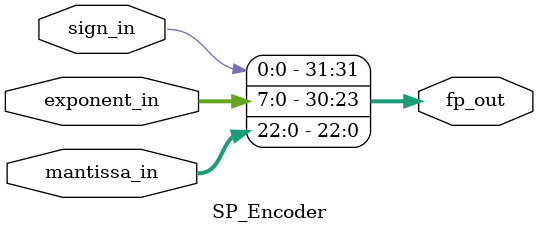
<source format=v>
module SP_Encoder (
    input           sign_in,
    input  [7:0]    exponent_in,
    input  [23:0]   mantissa_in,
    output [31:0]   fp_out
);

assign fp_out = {sign_in, exponent_in, mantissa_in[22:0]};

endmodule

</source>
